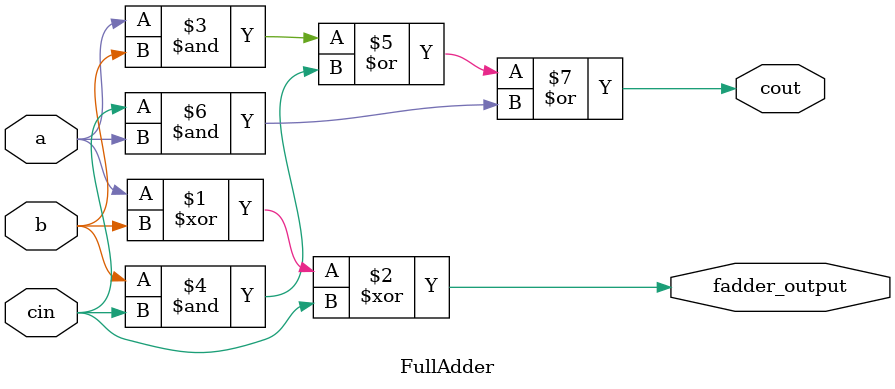
<source format=sv>
module FullAdder(input logic a, b, cin, output logic fadder_output, cout);
 
     assign fadder_output = a^b^cin;
     assign cout = a&b | b&cin | cin&a; 

endmodule
</source>
